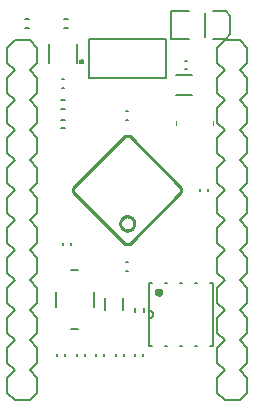
<source format=gbo>
G75*
G70*
%OFA0B0*%
%FSLAX24Y24*%
%IPPOS*%
%LPD*%
%AMOC8*
5,1,8,0,0,1.08239X$1,22.5*
%
%ADD10C,0.0080*%
%ADD11C,0.0100*%
%ADD12C,0.0060*%
%ADD13C,0.0160*%
%ADD14C,0.0050*%
%ADD15C,0.0040*%
D10*
X001243Y001505D02*
X001493Y001255D01*
X001993Y001255D01*
X002243Y001505D01*
X002243Y002005D01*
X001993Y002255D01*
X002243Y002505D01*
X002243Y003005D01*
X001993Y003255D01*
X002243Y003505D01*
X002243Y004005D01*
X001993Y004255D01*
X002243Y004505D01*
X002243Y005005D01*
X001993Y005255D01*
X002243Y005505D01*
X002243Y006005D01*
X001993Y006255D01*
X002243Y006505D01*
X002243Y007005D01*
X001993Y007255D01*
X002243Y007505D01*
X002243Y008005D01*
X001993Y008255D01*
X002243Y008505D01*
X002243Y009005D01*
X001993Y009255D01*
X002243Y009505D01*
X002243Y010005D01*
X001993Y010255D01*
X002243Y010505D01*
X002243Y011005D01*
X001993Y011255D01*
X002243Y011505D01*
X002243Y012005D01*
X001993Y012255D01*
X002243Y012505D01*
X002243Y013005D01*
X001993Y013255D01*
X001493Y013255D01*
X001243Y013005D01*
X001243Y012505D01*
X001493Y012255D01*
X001243Y012005D01*
X001243Y011505D01*
X001493Y011255D01*
X001243Y011005D01*
X001243Y010505D01*
X001493Y010255D01*
X001243Y010005D01*
X001243Y009505D01*
X001493Y009255D01*
X001243Y009005D01*
X001243Y008505D01*
X001493Y008255D01*
X001243Y008005D01*
X001243Y007505D01*
X001493Y007255D01*
X001243Y007005D01*
X001243Y006505D01*
X001493Y006255D01*
X001243Y006005D01*
X001243Y005505D01*
X001493Y005255D01*
X001243Y005005D01*
X001243Y004505D01*
X001493Y004255D01*
X001243Y004005D01*
X001243Y003505D01*
X001493Y003255D01*
X001243Y003005D01*
X001243Y002505D01*
X001493Y002255D01*
X001243Y002005D01*
X001243Y001505D01*
X002903Y002715D02*
X002903Y002795D01*
X003183Y002795D02*
X003183Y002715D01*
X003553Y002715D02*
X003553Y002795D01*
X003833Y002795D02*
X003833Y002715D01*
X004203Y002715D02*
X004203Y002795D01*
X004483Y002795D02*
X004483Y002715D01*
X004853Y002715D02*
X004853Y002795D01*
X005133Y002795D02*
X005133Y002715D01*
X005503Y002715D02*
X005503Y002795D01*
X005783Y002795D02*
X005783Y002715D01*
X005785Y004195D02*
X005785Y004315D01*
X005501Y004315D02*
X005501Y004195D01*
X005088Y004258D02*
X005088Y004652D01*
X004498Y004652D02*
X004498Y004258D01*
X004123Y004369D02*
X004123Y004841D01*
X003611Y005589D02*
X003375Y005589D01*
X003383Y006415D02*
X003383Y006495D01*
X003103Y006495D02*
X003103Y006415D01*
X002863Y004841D02*
X002863Y004369D01*
X003375Y003621D02*
X003611Y003621D01*
X005203Y005565D02*
X005283Y005565D01*
X005283Y005845D02*
X005203Y005845D01*
X007653Y008215D02*
X007653Y008295D01*
X007933Y008295D02*
X007933Y008215D01*
X008243Y008005D02*
X008243Y007505D01*
X008493Y007255D01*
X008243Y007005D01*
X008243Y006505D01*
X008493Y006255D01*
X008243Y006005D01*
X008243Y005505D01*
X008493Y005255D01*
X008243Y005005D01*
X008243Y004505D01*
X008493Y004255D01*
X008243Y004005D01*
X008243Y003505D01*
X008493Y003255D01*
X008243Y003005D01*
X008243Y002505D01*
X008493Y002255D01*
X008243Y002005D01*
X008243Y001505D01*
X008493Y001255D01*
X008993Y001255D01*
X009243Y001505D01*
X009243Y002005D01*
X008993Y002255D01*
X009243Y002505D01*
X009243Y003005D01*
X008993Y003255D01*
X009243Y003505D01*
X009243Y004005D01*
X008993Y004255D01*
X009243Y004505D01*
X009243Y005005D01*
X008993Y005255D01*
X009243Y005505D01*
X009243Y006005D01*
X008993Y006255D01*
X009243Y006505D01*
X009243Y007005D01*
X008993Y007255D01*
X009243Y007505D01*
X009243Y008005D01*
X008993Y008255D01*
X009243Y008505D01*
X009243Y009005D01*
X008993Y009255D01*
X009243Y009505D01*
X009243Y010005D01*
X008993Y010255D01*
X009243Y010505D01*
X009243Y011005D01*
X008993Y011255D01*
X009243Y011505D01*
X009243Y012005D01*
X008993Y012255D01*
X009243Y012505D01*
X009243Y013005D01*
X008993Y013255D01*
X008493Y013255D01*
X008243Y013005D01*
X008243Y012505D01*
X008493Y012255D01*
X008243Y012005D01*
X008243Y011505D01*
X008493Y011255D01*
X008243Y011005D01*
X008243Y010505D01*
X008493Y010255D01*
X008243Y010005D01*
X008243Y009505D01*
X008493Y009255D01*
X008243Y009005D01*
X008243Y008505D01*
X008493Y008255D01*
X008243Y008005D01*
X006533Y012005D02*
X006533Y013305D01*
X003953Y013305D01*
X003953Y012005D01*
X006533Y012005D01*
X007153Y012285D02*
X007233Y012285D01*
X007233Y012565D02*
X007153Y012565D01*
X007299Y013283D02*
X006709Y013283D01*
X006709Y014227D01*
X007299Y014227D01*
X008087Y014227D02*
X008520Y014227D01*
X008677Y014070D01*
X008677Y013440D01*
X008520Y013283D01*
X008087Y013283D01*
X005283Y010875D02*
X005203Y010875D01*
X005203Y010595D02*
X005283Y010595D01*
X003667Y012529D02*
X003669Y012543D01*
X003675Y012557D01*
X003683Y012569D01*
X003695Y012577D01*
X003709Y012583D01*
X003723Y012585D01*
X003737Y012583D01*
X003751Y012577D01*
X003763Y012569D01*
X003771Y012557D01*
X003777Y012543D01*
X003779Y012529D01*
X003777Y012515D01*
X003771Y012501D01*
X003763Y012489D01*
X003751Y012481D01*
X003737Y012475D01*
X003723Y012473D01*
X003709Y012475D01*
X003695Y012481D01*
X003683Y012489D01*
X003675Y012501D01*
X003669Y012515D01*
X003667Y012529D01*
X003565Y012490D02*
X003565Y013120D01*
X003253Y013663D02*
X003133Y013663D01*
X003133Y013947D02*
X003253Y013947D01*
X002620Y013120D02*
X002620Y012490D01*
X003053Y011945D02*
X003133Y011945D01*
X003133Y011665D02*
X003053Y011665D01*
X003033Y011247D02*
X003153Y011247D01*
X003153Y010963D02*
X003033Y010963D01*
X003033Y010597D02*
X003153Y010597D01*
X003153Y010313D02*
X003033Y010313D01*
X001953Y013663D02*
X001833Y013663D01*
X001833Y013947D02*
X001953Y013947D01*
D11*
X005166Y010058D02*
X003440Y008332D01*
X003440Y008178D01*
X005166Y006452D01*
X005319Y006452D01*
X007045Y008178D01*
X007045Y008332D01*
X005319Y010058D01*
X005166Y010058D01*
X005007Y007141D02*
X005009Y007171D01*
X005015Y007201D01*
X005024Y007230D01*
X005037Y007257D01*
X005054Y007282D01*
X005073Y007305D01*
X005096Y007326D01*
X005121Y007343D01*
X005147Y007357D01*
X005176Y007367D01*
X005205Y007374D01*
X005235Y007377D01*
X005266Y007376D01*
X005296Y007371D01*
X005325Y007362D01*
X005352Y007350D01*
X005378Y007335D01*
X005402Y007316D01*
X005423Y007294D01*
X005441Y007270D01*
X005456Y007243D01*
X005467Y007215D01*
X005475Y007186D01*
X005479Y007156D01*
X005479Y007126D01*
X005475Y007096D01*
X005467Y007067D01*
X005456Y007039D01*
X005441Y007012D01*
X005423Y006988D01*
X005402Y006966D01*
X005378Y006947D01*
X005352Y006932D01*
X005325Y006920D01*
X005296Y006911D01*
X005266Y006906D01*
X005235Y006905D01*
X005205Y006908D01*
X005176Y006915D01*
X005147Y006925D01*
X005121Y006939D01*
X005096Y006956D01*
X005073Y006977D01*
X005054Y007000D01*
X005037Y007025D01*
X005024Y007052D01*
X005015Y007081D01*
X005009Y007111D01*
X005007Y007141D01*
D12*
X005983Y005165D02*
X006083Y005165D01*
X005983Y005165D02*
X005983Y004225D01*
X005983Y003985D01*
X005983Y003045D01*
X006083Y003045D01*
X006503Y003045D02*
X006583Y003045D01*
X007003Y003045D02*
X007083Y003045D01*
X007503Y003045D02*
X007583Y003045D01*
X008003Y003045D02*
X008103Y003045D01*
X008103Y005165D01*
X008003Y005165D01*
X007583Y005165D02*
X007503Y005165D01*
X007083Y005165D02*
X007003Y005165D01*
X006583Y005165D02*
X006503Y005165D01*
X005983Y004225D02*
X006004Y004223D01*
X006024Y004218D01*
X006043Y004209D01*
X006060Y004197D01*
X006075Y004182D01*
X006087Y004165D01*
X006096Y004146D01*
X006101Y004126D01*
X006103Y004105D01*
X006101Y004084D01*
X006096Y004064D01*
X006087Y004045D01*
X006075Y004028D01*
X006060Y004013D01*
X006043Y004001D01*
X006024Y003992D01*
X006004Y003987D01*
X005983Y003985D01*
D13*
X006243Y004855D02*
X006245Y004868D01*
X006250Y004881D01*
X006259Y004892D01*
X006270Y004899D01*
X006283Y004904D01*
X006296Y004905D01*
X006310Y004902D01*
X006322Y004896D01*
X006332Y004887D01*
X006339Y004875D01*
X006343Y004862D01*
X006343Y004848D01*
X006339Y004835D01*
X006332Y004823D01*
X006322Y004814D01*
X006310Y004808D01*
X006296Y004805D01*
X006283Y004806D01*
X006270Y004811D01*
X006259Y004818D01*
X006250Y004829D01*
X006245Y004842D01*
X006243Y004855D01*
D14*
X006881Y011420D02*
X007393Y011420D01*
X007393Y012090D02*
X006881Y012090D01*
X007843Y013355D02*
X007843Y014155D01*
X003723Y012529D02*
X003683Y012529D01*
X003683Y012490D01*
D15*
X006883Y010544D02*
X006883Y010426D01*
X008103Y010426D02*
X008103Y010544D01*
M02*

</source>
